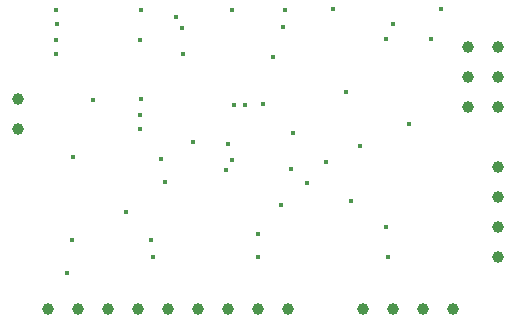
<source format=gbr>
%TF.GenerationSoftware,KiCad,Pcbnew,7.0.10*%
%TF.CreationDate,2024-01-19T04:31:50-05:00*%
%TF.ProjectId,Dattalogger_Board,44617474-616c-46f6-9767-65725f426f61,1*%
%TF.SameCoordinates,Original*%
%TF.FileFunction,Plated,1,4,PTH,Drill*%
%TF.FilePolarity,Positive*%
%FSLAX46Y46*%
G04 Gerber Fmt 4.6, Leading zero omitted, Abs format (unit mm)*
G04 Created by KiCad (PCBNEW 7.0.10) date 2024-01-19 04:31:50*
%MOMM*%
%LPD*%
G01*
G04 APERTURE LIST*
%TA.AperFunction,ViaDrill*%
%ADD10C,0.400000*%
%TD*%
%TA.AperFunction,ComponentDrill*%
%ADD11C,1.000000*%
%TD*%
G04 APERTURE END LIST*
D10*
X135255000Y-69850000D03*
X135285754Y-68594214D03*
X135296092Y-66113140D03*
X135345541Y-67270544D03*
X136186752Y-88392557D03*
X136650805Y-85594456D03*
X136735000Y-78530000D03*
X138439734Y-73737705D03*
X141191487Y-83212567D03*
X142364053Y-75012702D03*
X142369997Y-76205685D03*
X142417293Y-68610496D03*
X142452442Y-73648111D03*
X142498186Y-66083418D03*
X143340000Y-85527432D03*
X143510000Y-86995000D03*
X144145000Y-78740000D03*
X144468573Y-80656630D03*
X145400785Y-66675000D03*
X145983924Y-67593514D03*
X146050000Y-69850000D03*
X146836764Y-77255806D03*
X149715270Y-79629051D03*
X149860000Y-77470000D03*
X150149458Y-66068515D03*
X150216192Y-78763556D03*
X150323650Y-74103922D03*
X151323557Y-74117810D03*
X152400000Y-85090000D03*
X152400000Y-86995000D03*
X152792836Y-74027164D03*
X153670000Y-70108445D03*
X154325675Y-82564731D03*
X154470404Y-67551215D03*
X154656485Y-66100476D03*
X155181215Y-79573916D03*
X155370397Y-76470678D03*
X156503076Y-80727185D03*
X158160744Y-78949599D03*
X158750000Y-66040000D03*
X159867431Y-73067298D03*
X160276894Y-82269328D03*
X161037297Y-77644594D03*
X163195000Y-68580000D03*
X163195000Y-84455000D03*
X163387203Y-87005079D03*
X163830000Y-67310000D03*
X165166678Y-75762710D03*
X167005000Y-68580000D03*
X167898445Y-66048787D03*
D11*
%TO.C,BT1*%
X132080000Y-73655000D03*
X132080000Y-76195000D03*
%TO.C,J4*%
X134630000Y-91440000D03*
X137170000Y-91440000D03*
X139710000Y-91440000D03*
X142250000Y-91440000D03*
X144790000Y-91440000D03*
X147330000Y-91440000D03*
X149870000Y-91440000D03*
X152410000Y-91440000D03*
X154950000Y-91440000D03*
%TO.C,J2*%
X161300000Y-91440000D03*
X163840000Y-91440000D03*
X166380000Y-91440000D03*
X168920000Y-91440000D03*
%TO.C,J3*%
X170175000Y-69230000D03*
X170175000Y-71770000D03*
X170175000Y-74310000D03*
X172715000Y-69230000D03*
X172715000Y-71770000D03*
X172715000Y-74310000D03*
%TO.C,J1*%
X172720000Y-79385000D03*
X172720000Y-81925000D03*
X172720000Y-84465000D03*
X172720000Y-87005000D03*
M02*

</source>
